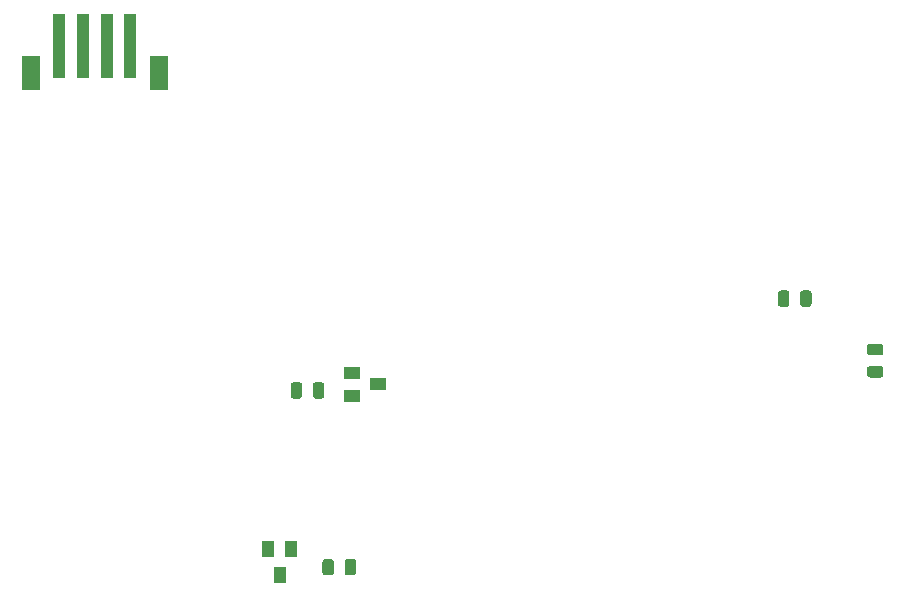
<source format=gbr>
G04 #@! TF.GenerationSoftware,KiCad,Pcbnew,(5.1.6-0-10_14)*
G04 #@! TF.CreationDate,2020-09-03T17:39:19-04:00*
G04 #@! TF.ProjectId,Pufferfish-Interface-2,50756666-6572-4666-9973-682d496e7465,rev?*
G04 #@! TF.SameCoordinates,Original*
G04 #@! TF.FileFunction,Paste,Bot*
G04 #@! TF.FilePolarity,Positive*
%FSLAX46Y46*%
G04 Gerber Fmt 4.6, Leading zero omitted, Abs format (unit mm)*
G04 Created by KiCad (PCBNEW (5.1.6-0-10_14)) date 2020-09-03 17:39:19*
%MOMM*%
%LPD*%
G01*
G04 APERTURE LIST*
%ADD10R,1.400000X1.000000*%
%ADD11R,1.000000X1.400000*%
%ADD12R,1.000000X5.500000*%
%ADD13R,1.600000X3.000000*%
G04 APERTURE END LIST*
G36*
G01*
X62043750Y-29825000D02*
X62956250Y-29825000D01*
G75*
G02*
X63200000Y-30068750I0J-243750D01*
G01*
X63200000Y-30556250D01*
G75*
G02*
X62956250Y-30800000I-243750J0D01*
G01*
X62043750Y-30800000D01*
G75*
G02*
X61800000Y-30556250I0J243750D01*
G01*
X61800000Y-30068750D01*
G75*
G02*
X62043750Y-29825000I243750J0D01*
G01*
G37*
G36*
G01*
X62043750Y-31700000D02*
X62956250Y-31700000D01*
G75*
G02*
X63200000Y-31943750I0J-243750D01*
G01*
X63200000Y-32431250D01*
G75*
G02*
X62956250Y-32675000I-243750J0D01*
G01*
X62043750Y-32675000D01*
G75*
G02*
X61800000Y-32431250I0J243750D01*
G01*
X61800000Y-31943750D01*
G75*
G02*
X62043750Y-31700000I243750J0D01*
G01*
G37*
G36*
G01*
X56137500Y-26456250D02*
X56137500Y-25543750D01*
G75*
G02*
X56381250Y-25300000I243750J0D01*
G01*
X56868750Y-25300000D01*
G75*
G02*
X57112500Y-25543750I0J-243750D01*
G01*
X57112500Y-26456250D01*
G75*
G02*
X56868750Y-26700000I-243750J0D01*
G01*
X56381250Y-26700000D01*
G75*
G02*
X56137500Y-26456250I0J243750D01*
G01*
G37*
G36*
G01*
X54262500Y-26456250D02*
X54262500Y-25543750D01*
G75*
G02*
X54506250Y-25300000I243750J0D01*
G01*
X54993750Y-25300000D01*
G75*
G02*
X55237500Y-25543750I0J-243750D01*
G01*
X55237500Y-26456250D01*
G75*
G02*
X54993750Y-26700000I-243750J0D01*
G01*
X54506250Y-26700000D01*
G75*
G02*
X54262500Y-26456250I0J243750D01*
G01*
G37*
D10*
X20376060Y-33258760D03*
X18176060Y-32308760D03*
X18176060Y-34208760D03*
D11*
X12070120Y-49355100D03*
X13020120Y-47155100D03*
X11120120Y-47155100D03*
G36*
G01*
X13987600Y-33307970D02*
X13987600Y-34220470D01*
G75*
G02*
X13743850Y-34464220I-243750J0D01*
G01*
X13256350Y-34464220D01*
G75*
G02*
X13012600Y-34220470I0J243750D01*
G01*
X13012600Y-33307970D01*
G75*
G02*
X13256350Y-33064220I243750J0D01*
G01*
X13743850Y-33064220D01*
G75*
G02*
X13987600Y-33307970I0J-243750D01*
G01*
G37*
G36*
G01*
X15862600Y-33307970D02*
X15862600Y-34220470D01*
G75*
G02*
X15618850Y-34464220I-243750J0D01*
G01*
X15131350Y-34464220D01*
G75*
G02*
X14887600Y-34220470I0J243750D01*
G01*
X14887600Y-33307970D01*
G75*
G02*
X15131350Y-33064220I243750J0D01*
G01*
X15618850Y-33064220D01*
G75*
G02*
X15862600Y-33307970I0J-243750D01*
G01*
G37*
G36*
G01*
X17574680Y-49191230D02*
X17574680Y-48278730D01*
G75*
G02*
X17818430Y-48034980I243750J0D01*
G01*
X18305930Y-48034980D01*
G75*
G02*
X18549680Y-48278730I0J-243750D01*
G01*
X18549680Y-49191230D01*
G75*
G02*
X18305930Y-49434980I-243750J0D01*
G01*
X17818430Y-49434980D01*
G75*
G02*
X17574680Y-49191230I0J243750D01*
G01*
G37*
G36*
G01*
X15699680Y-49191230D02*
X15699680Y-48278730D01*
G75*
G02*
X15943430Y-48034980I243750J0D01*
G01*
X16430930Y-48034980D01*
G75*
G02*
X16674680Y-48278730I0J-243750D01*
G01*
X16674680Y-49191230D01*
G75*
G02*
X16430930Y-49434980I-243750J0D01*
G01*
X15943430Y-49434980D01*
G75*
G02*
X15699680Y-49191230I0J243750D01*
G01*
G37*
D12*
X-4573780Y-4645660D03*
X-2573780Y-4645660D03*
X-6573780Y-4645660D03*
X-573780Y-4645660D03*
D13*
X-8973780Y-6895660D03*
X1826220Y-6895660D03*
M02*

</source>
